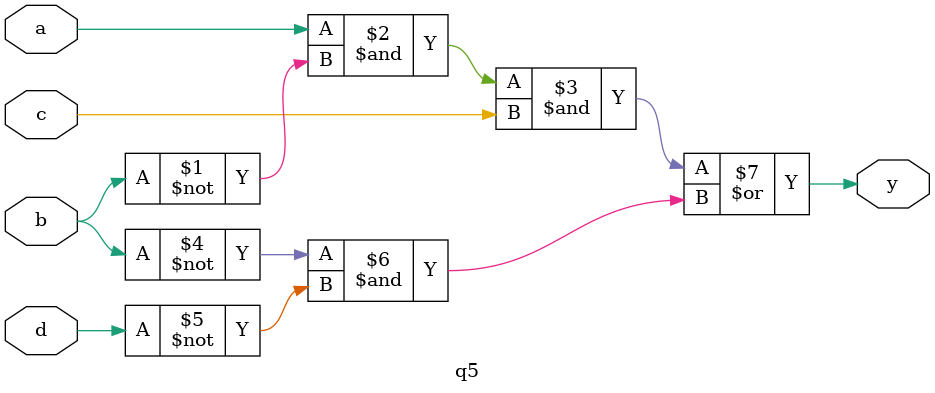
<source format=v>
`timescale 1ns / 1ps
module q5(a,b,c,d,y);
input a,b,c,d;
output y;
assign y=(a&~b&c)|(~b&~d);
endmodule

</source>
